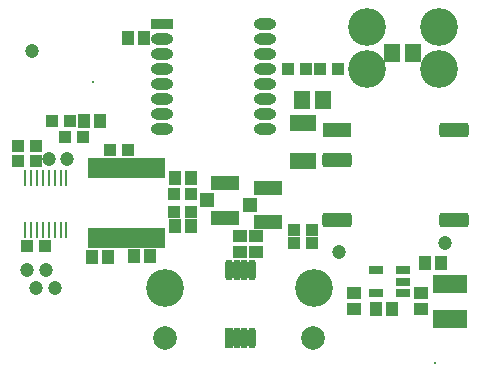
<source format=gts>
G04*
G04 #@! TF.GenerationSoftware,Altium Limited,Altium Designer,20.0.13 (296)*
G04*
G04 Layer_Color=8388736*
%FSLAX25Y25*%
%MOIN*%
G70*
G01*
G75*
%ADD23R,0.00943X0.05456*%
%ADD24O,0.00943X0.05456*%
%ADD38R,0.04143X0.04537*%
%ADD39R,0.04934X0.04737*%
%ADD40R,0.09461X0.04934*%
%ADD41R,0.04147X0.04147*%
%ADD42C,0.04737*%
%ADD43R,0.07493X0.03792*%
%ADD44R,0.04147X0.04147*%
%ADD45O,0.07493X0.03792*%
G04:AMPARAMS|DCode=46|XSize=67.06mil|YSize=25.72mil|CornerRadius=8.43mil|HoleSize=0mil|Usage=FLASHONLY|Rotation=90.000|XOffset=0mil|YOffset=0mil|HoleType=Round|Shape=RoundedRectangle|*
%AMROUNDEDRECTD46*
21,1,0.06706,0.00886,0,0,90.0*
21,1,0.05020,0.02572,0,0,90.0*
1,1,0.01686,0.00443,0.02510*
1,1,0.01686,0.00443,-0.02510*
1,1,0.01686,-0.00443,-0.02510*
1,1,0.01686,-0.00443,0.02510*
%
%ADD46ROUNDEDRECTD46*%
%ADD47R,0.02572X0.06706*%
%ADD48R,0.02572X0.06509*%
%ADD49R,0.04537X0.04143*%
%ADD50R,0.04934X0.03162*%
G04:AMPARAMS|DCode=51|XSize=47.37mil|YSize=98.16mil|CornerRadius=7.94mil|HoleSize=0mil|Usage=FLASHONLY|Rotation=270.000|XOffset=0mil|YOffset=0mil|HoleType=Round|Shape=RoundedRectangle|*
%AMROUNDEDRECTD51*
21,1,0.04737,0.08228,0,0,270.0*
21,1,0.03150,0.09816,0,0,270.0*
1,1,0.01587,-0.04114,-0.01575*
1,1,0.01587,-0.04114,0.01575*
1,1,0.01587,0.04114,0.01575*
1,1,0.01587,0.04114,-0.01575*
%
%ADD51ROUNDEDRECTD51*%
%ADD52R,0.09816X0.04737*%
%ADD53R,0.03950X0.03950*%
%ADD54R,0.08674X0.05524*%
%ADD55R,0.05328X0.06312*%
%ADD56R,0.11430X0.05918*%
%ADD57C,0.00800*%
%ADD58C,0.07887*%
%ADD59C,0.12611*%
D23*
X6491Y56754D02*
D03*
D24*
X8461D02*
D03*
X10431D02*
D03*
X12401D02*
D03*
X14371D02*
D03*
X16341D02*
D03*
X18311D02*
D03*
X20281D02*
D03*
Y73954D02*
D03*
X18311D02*
D03*
X16341D02*
D03*
X14371D02*
D03*
X12401D02*
D03*
X10431D02*
D03*
X8461D02*
D03*
X6491D02*
D03*
D38*
X61713Y57874D02*
D03*
X56398D02*
D03*
X26083Y92913D02*
D03*
X31398D02*
D03*
X61713Y74016D02*
D03*
X56398D02*
D03*
X42913Y48031D02*
D03*
X48228D02*
D03*
X34154Y47638D02*
D03*
X28839D02*
D03*
X46063Y120472D02*
D03*
X40748D02*
D03*
X139842Y45669D02*
D03*
X145158D02*
D03*
X128657Y30169D02*
D03*
X123343D02*
D03*
D39*
X81398Y64961D02*
D03*
X67224Y66535D02*
D03*
D40*
X87402Y59153D02*
D03*
Y70768D02*
D03*
X73228Y72342D02*
D03*
Y60728D02*
D03*
D41*
X19783Y87795D02*
D03*
X25886D02*
D03*
X40846Y83465D02*
D03*
X34744D02*
D03*
X21555Y92913D02*
D03*
X15453D02*
D03*
X13287Y51181D02*
D03*
X7185D02*
D03*
X10138Y84646D02*
D03*
X4035D02*
D03*
Y79528D02*
D03*
X10138D02*
D03*
X102264Y56693D02*
D03*
X96161D02*
D03*
X100295Y110236D02*
D03*
X94193D02*
D03*
D42*
X13386Y43307D02*
D03*
X7087D02*
D03*
X10236Y37402D02*
D03*
X16535Y37402D02*
D03*
X20472Y80315D02*
D03*
X14567D02*
D03*
X8661Y116142D02*
D03*
X111024Y49213D02*
D03*
X146480Y52362D02*
D03*
D43*
X52181Y125409D02*
D03*
D44*
X61811Y62697D02*
D03*
Y68799D02*
D03*
X56299Y62697D02*
D03*
Y68799D02*
D03*
D45*
X86630Y125409D02*
D03*
Y90409D02*
D03*
Y95410D02*
D03*
Y100409D02*
D03*
Y105409D02*
D03*
Y110409D02*
D03*
Y115409D02*
D03*
Y120409D02*
D03*
X52181Y90409D02*
D03*
Y95410D02*
D03*
Y100409D02*
D03*
Y105409D02*
D03*
Y110409D02*
D03*
Y115409D02*
D03*
Y120409D02*
D03*
D46*
X82110Y43307D02*
D03*
X79551D02*
D03*
X76992D02*
D03*
X74433D02*
D03*
X82110Y20472D02*
D03*
X79551D02*
D03*
X76992D02*
D03*
D47*
X74433D02*
D03*
D48*
X28937Y53937D02*
D03*
X31496D02*
D03*
X34055D02*
D03*
X36614D02*
D03*
X39173D02*
D03*
X41732D02*
D03*
X44291D02*
D03*
X46850D02*
D03*
X49409D02*
D03*
X51968D02*
D03*
X28937Y77165D02*
D03*
X31496D02*
D03*
X34055D02*
D03*
X36614D02*
D03*
X39173D02*
D03*
X41732D02*
D03*
X44291D02*
D03*
X46850D02*
D03*
X49409D02*
D03*
X51968D02*
D03*
D49*
X83465Y49311D02*
D03*
Y54626D02*
D03*
X78300Y49311D02*
D03*
Y54626D02*
D03*
X116100Y35727D02*
D03*
Y30412D02*
D03*
X138500Y35727D02*
D03*
Y30412D02*
D03*
D50*
X132500Y35669D02*
D03*
Y39409D02*
D03*
Y43150D02*
D03*
X123445D02*
D03*
Y35669D02*
D03*
D51*
X110614Y59961D02*
D03*
Y79961D02*
D03*
X149630Y89961D02*
D03*
Y59961D02*
D03*
D52*
X110614Y89961D02*
D03*
D53*
X102165Y52402D02*
D03*
X96260D02*
D03*
X104921Y110197D02*
D03*
X110827D02*
D03*
D54*
X99000Y92268D02*
D03*
Y79669D02*
D03*
D55*
X135728Y115748D02*
D03*
X128839D02*
D03*
X98917Y100000D02*
D03*
X105807D02*
D03*
D56*
X148161Y27125D02*
D03*
Y38543D02*
D03*
D57*
X29146Y106035D02*
D03*
X143122Y12335D02*
D03*
D58*
X102500Y20669D02*
D03*
X53000D02*
D03*
D59*
X120484Y124146D02*
D03*
X144500D02*
D03*
Y110169D02*
D03*
X120484D02*
D03*
X53161Y37138D02*
D03*
X102768D02*
D03*
M02*

</source>
